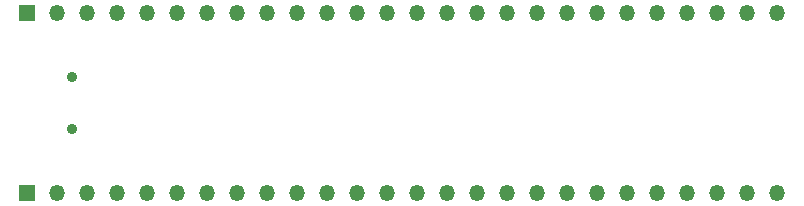
<source format=gbr>
%TF.GenerationSoftware,KiCad,Pcbnew,(5.1.10-1-10_14)*%
%TF.CreationDate,2021-09-16T13:02:04+08:00*%
%TF.ProjectId,AT90USB1287-Board,41543930-5553-4423-9132-38372d426f61,rev?*%
%TF.SameCoordinates,Original*%
%TF.FileFunction,Soldermask,Bot*%
%TF.FilePolarity,Negative*%
%FSLAX46Y46*%
G04 Gerber Fmt 4.6, Leading zero omitted, Abs format (unit mm)*
G04 Created by KiCad (PCBNEW (5.1.10-1-10_14)) date 2021-09-16 13:02:04*
%MOMM*%
%LPD*%
G01*
G04 APERTURE LIST*
%ADD10O,1.350000X1.350000*%
%ADD11R,1.350000X1.350000*%
%ADD12C,0.900000*%
G04 APERTURE END LIST*
D10*
%TO.C,J3*%
X171704000Y-64516000D03*
X169164000Y-64516000D03*
X166624000Y-64516000D03*
X164084000Y-64516000D03*
X161544000Y-64516000D03*
X159004000Y-64516000D03*
X156464000Y-64516000D03*
X153924000Y-64516000D03*
X151384000Y-64516000D03*
X148844000Y-64516000D03*
X146304000Y-64516000D03*
X143764000Y-64516000D03*
X141224000Y-64516000D03*
X138684000Y-64516000D03*
X136144000Y-64516000D03*
X133604000Y-64516000D03*
X131064000Y-64516000D03*
X128524000Y-64516000D03*
X125984000Y-64516000D03*
X123444000Y-64516000D03*
X120904000Y-64516000D03*
X118364000Y-64516000D03*
X115824000Y-64516000D03*
X113284000Y-64516000D03*
X110744000Y-64516000D03*
D11*
X108204000Y-64516000D03*
%TD*%
D10*
%TO.C,J2*%
X171704000Y-79756000D03*
X169164000Y-79756000D03*
X166624000Y-79756000D03*
X164084000Y-79756000D03*
X161544000Y-79756000D03*
X159004000Y-79756000D03*
X156464000Y-79756000D03*
X153924000Y-79756000D03*
X151384000Y-79756000D03*
X148844000Y-79756000D03*
X146304000Y-79756000D03*
X143764000Y-79756000D03*
X141224000Y-79756000D03*
X138684000Y-79756000D03*
X136144000Y-79756000D03*
X133604000Y-79756000D03*
X131064000Y-79756000D03*
X128524000Y-79756000D03*
X125984000Y-79756000D03*
X123444000Y-79756000D03*
X120904000Y-79756000D03*
X118364000Y-79756000D03*
X115824000Y-79756000D03*
X113284000Y-79756000D03*
X110744000Y-79756000D03*
D11*
X108204000Y-79756000D03*
%TD*%
D12*
%TO.C,J1*%
X112014000Y-69936000D03*
X112014000Y-74336000D03*
%TD*%
M02*

</source>
